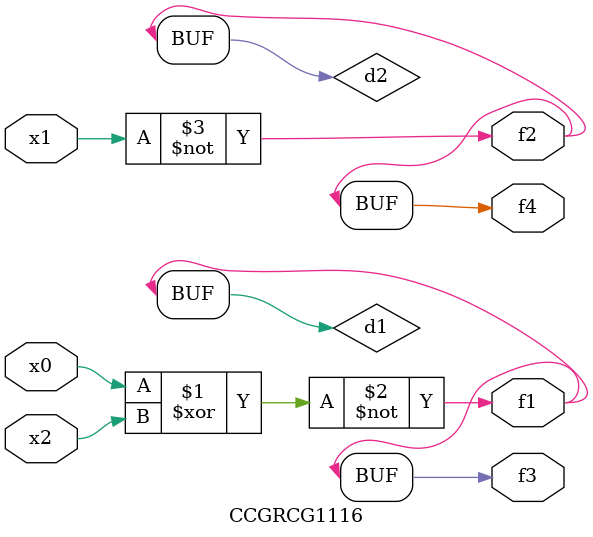
<source format=v>
module CCGRCG1116(
	input x0, x1, x2,
	output f1, f2, f3, f4
);

	wire d1, d2, d3;

	xnor (d1, x0, x2);
	nand (d2, x1);
	nor (d3, x1, x2);
	assign f1 = d1;
	assign f2 = d2;
	assign f3 = d1;
	assign f4 = d2;
endmodule

</source>
